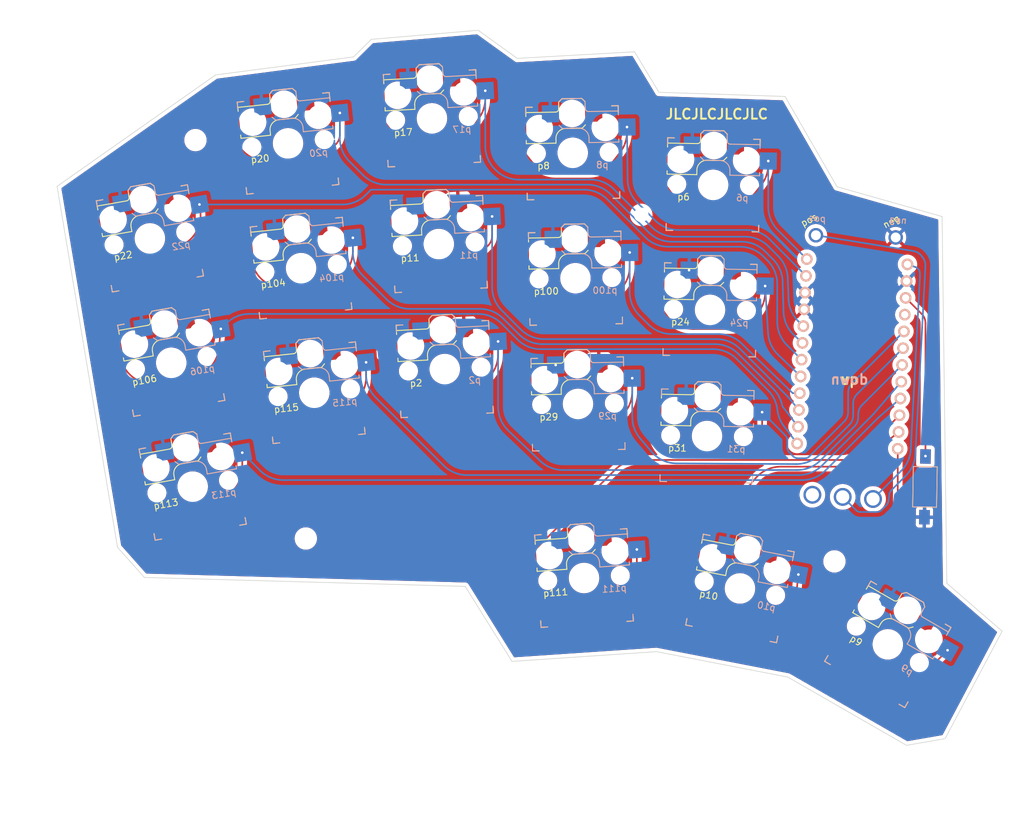
<source format=kicad_pcb>
(kicad_pcb (version 20211014) (generator pcbnew)
  (layers (0 "F.Cu" signal) (31 "B.Cu" signal) (34 "B.Paste" user) (35 "F.Paste" user) (36 "B.SilkS" user "B.Silkscreen") (37 "F.SilkS" user "F.Silkscreen") (38 "B.Mask" user) (39 "F.Mask" user) (44 "Edge.Cuts" user))
  (net 0 "")
  (net 1 "GND")
  (net 2 "Net-(SW1-Pad1)")
  (net 4 "p6")
  (net 5 "p8")
  (net 6 "p17")
  (net 7 "p20")
  (net 8 "p22")
  (net 9 "Net-(SW1-Pad2)")
  (net 10 "p24")
  (net 11 "p100")
  (net 12 "p11")
  (net 13 "p104")
  (net 14 "p106")
  (net 15 "p31")
  (net 16 "p29")
  (net 17 "p2")
  (net 18 "p115")
  (net 19 "p113")
  (net 20 "p111")
  (net 21 "p10")
  (net 22 "p9")
  (net 24 "Net-(U1-Pad22)")
  (footprint "roostv2:Kailh_socket_PG1350_reversible" (layer "F.Cu") (at 60.092071 54.454778 6)
    (fp_text reference "p20")
    (fp_text value "keySwitch")
  )
  (footprint "roostv2:Kailh_socket_PG1350_reversible" (layer "F.Cu") (at 39.188894 68.836276 10)
    (fp_text reference "p22")
    (fp_text value "keySwitch")
  )
  (footprint "roostv2:Kailh_socket_PG1350_reversible" (layer "F.Cu") (at 124.414428 60.73432 -1)
    (fp_text reference "p6")
    (fp_text value "keySwitch")
  )
  (footprint "roostv2:Kailh_socket_PG1350_reversible" (layer "F.Cu") (at 45.667605 106.391927 10)
    (fp_text reference "p113")
    (fp_text value "keySwitch")
  )
  (footprint "roostv2:Kailh_socket_PG1350_reversible" (layer "F.Cu") (at 81.86826 50.672382 3)
    (fp_text reference "p17")
    (fp_text value "keySwitch")
  )
  (footprint "roostv2:Kailh_socket_PG1350_reversible" (layer "F.Cu") (at 123.487979 98.736348 -1)
    (fp_text reference "p31")
    (fp_text value "keySwitch")
  )
  (footprint "roostv2:Kailh_socket_PG1350_reversible" (layer "F.Cu") (at 104.877736 120.224158 4)
    (fp_text reference "p111")
    (fp_text value "keySwitch")
  )
  (footprint "MountingHole:MountingHole_2.2mm_M2" (layer "F.Cu") (at 62.783867 114.244553 25)
    (fp_text reference "H1" hide)
    (fp_text value "MountingHole")
  )
  (footprint "MountingHole:MountingHole_2.2mm_M2_DIN965_Pad" (layer "F.Cu") (at 139.96421 68.361883 28)
    (fp_text reference "pos")
    (fp_text value "MountingHole_Pad")
  )
  (footprint "Button_Switch_SMD:SW_SPST_FSMSM" (layer "F.Cu") (at 156.46285 106.426 -91)
    (fp_text reference "res1" hide)
    (fp_text value "SW_Push")
  )
  (footprint "MountingHole:MountingHole_2.2mm_M2" (layer "F.Cu") (at 113.538 65.278 25)
    (fp_text reference "H5" hide)
    (fp_text value "MountingHole")
  )
  (footprint "roostv2:Kailh_socket_PG1350_reversible" (layer "F.Cu") (at 62.063804 73.340978 6)
    (fp_text reference "p104")
    (fp_text value "keySwitch")
  )
  (footprint "roostv2:Kailh_socket_PG1350_reversible" (layer "F.Cu") (at 103.169739 55.883202 1)
    (fp_text reference "p8")
    (fp_text value "keySwitch")
  )
  (footprint "roostv2:Kailh_socket_PG1350_reversible" (layer "F.Cu") (at 103.965386 93.882152 1)
    (fp_text reference "p29")
    (fp_text value "keySwitch")
  )
  (footprint "roostv2:Kailh_socket_PG1350_reversible" (layer "F.Cu") (at 42.421441 87.658655 10)
    (fp_text reference "p106")
    (fp_text value "keySwitch")
  )
  (footprint "roostv2:Kailh_socket_PG1350_reversible" (layer "F.Cu") (at 82.903252 69.691962 3)
    (fp_text reference "p11")
    (fp_text value "keySwitch")
  )
  (footprint "roostv2:Kailh_socket_PG1350_reversible" (layer "F.Cu") (at 123.943876 79.650231 -1)
    (fp_text reference "p24")
    (fp_text value "keySwitch")
  )
  (footprint "MountingHole:MountingHole_2.2mm_M2" (layer "F.Cu") (at 142.768613 117.709741 25)
    (fp_text reference "H2" hide)
    (fp_text value "MountingHole")
  )
  (footprint "roostv2:Kailh_socket_PG1350_reversible" (layer "F.Cu") (at 128.471642 121.800647 -11)
    (fp_text reference "p10")
    (fp_text value "keySwitch")
  )
  (footprint "MountingHole:MountingHole_2.2mm_M2_DIN965_Pad" (layer "F.Cu") (at 152.034472 68.691667 28)
    (fp_text reference "neg")
    (fp_text value "MountingHole_Pad")
  )
  (footprint "roostv2:Kailh_socket_PG1350_reversible" (layer "F.Cu") (at 103.579476 74.863328 1)
    (fp_text reference "p100")
    (fp_text value "keySwitch")
  )
  (footprint "roostv2:nice_nano" (layer "F.Cu") (at 145.468508 86.318014 -93)
    (fp_text reference "U1" hide)
    (fp_text value "nice_nano" hide)
  )
  (footprint "MountingHole:MountingHole_2.2mm_M2" (layer "F.Cu") (at 46.083347 53.963647 25)
    (fp_text reference "H4" hide)
    (fp_text value "MountingHole")
  )
  (footprint "roostv2:Kailh_socket_PG1350_reversible" (layer "F.Cu") (at 83.806879 88.607292 3)
    (fp_text reference "p2")
    (fp_text value "keySwitch")
  )
  (footprint "roostv2:Kailh_socket_PG1350_reversible" (layer "F.Cu") (at 64.065444 92.185647 6)
    (fp_text reference "p115")
    (fp_text value "keySwitch")
  )
  (footprint "roostv2:Kailh_socket_PG1350_reversible" (layer "F.Cu") (at 150.844322 130.263442 -30)
    (fp_text reference "p9")
    (fp_text value "keySwitch")
  )
  (footprint "roostv2:bigswitch" (layer "F.Cu") (at 143.419462 107.908146 176)
    (fp_text reference "SW1" hide)
    (fp_text value "SW_SPDT")
  )
  (footprint "Button_Switch_SMD:SW_SPST_FSMSM" (layer "B.Cu") (at 156.464 106.426 -91)
    (fp_text reference "res2" hide)
    (fp_text value "SW_Push")
  )
  (gr_line (start 159.512 144.526) (end 168.148 128.27) (layer "Edge.Cuts") (width 0.1))
  (gr_line (start 159.512 144.526) (end 153.67 145.542) (layer "Edge.Cuts") (width 0.1))
  (gr_line (start 143.16218 61.022742) (end 135.291958 47.363033) (layer "Edge.Cuts") (width 0.1))
  (gr_line (start 159.055304 65.528138) (end 143.16218 61.022742) (layer "Edge.Cuts") (width 0.1))
  (gr_line (start 135.721683 135.218826) (end 153.67 145.542) (layer "Edge.Cuts") (width 0.1))
  (gr_line (start 94.768301 41.59682) (end 88.861844 37.344595) (layer "Edge.Cuts") (width 0.1))
  (gr_line (start 49.132419 44.099896) (end 25.146 60.96) (layer "Edge.Cuts") (width 0.1))
  (gr_line (start 115.829078 131.364703) (end 135.721683 135.218826) (layer "Edge.Cuts") (width 0.1))
  (gr_line (start 34.29 115.57) (end 38.354 120.142) (layer "Edge.Cuts") (width 0.1))
  (gr_line (start 159.775971 121.023008) (end 159.055304 65.528138) (layer "Edge.Cuts") (width 0.1))
  (gr_line (start 72.688124 38.72085) (end 70.002018 41.374693) (layer "Edge.Cuts") (width 0.1))
  (gr_line (start 34.29 115.57) (end 25.146 60.96) (layer "Edge.Cuts") (width 0.1))
  (gr_line (start 86.903601 121.494364) (end 93.98 132.842) (layer "Edge.Cuts") (width 0.1))
  (gr_line (start 88.861844 37.344595) (end 72.688124 38.72085) (layer "Edge.Cuts") (width 0.1))
  (gr_line (start 112.522413 40.60465) (end 94.768301 41.59682) (layer "Edge.Cuts") (width 0.1))
  (gr_line (start 38.354 120.142) (end 86.903601 121.494364) (layer "Edge.Cuts") (width 0.1))
  (gr_line (start 93.98 132.842) (end 115.829078 131.364703) (layer "Edge.Cuts") (width 0.1))
  (gr_line (start 70.002018 41.374693) (end 49.132419 44.099896) (layer "Edge.Cuts") (width 0.1))
  (gr_line (start 135.291958 47.363033) (end 116.218682 46.728276) (layer "Edge.Cuts") (width 0.1))
  (gr_line (start 168.148 128.27) (end 159.775971 121.023008) (layer "Edge.Cuts") (width 0.1))
  (gr_line (start 116.218682 46.728276) (end 112.522413 40.60465) (layer "Edge.Cuts") (width 0.1))
  (gr_text "down" (at 145.034 90.17) (layer "B.SilkS") (effects (font (size 1.5 1.5) (thickness 0.3)) (justify mirror)))
  (gr_text "neg" (at 152.4 66.04 -5) (layer "B.SilkS") (effects (font (size 1 1)) (justify mirror)))
  (gr_text "pos" (at 140.208 65.786 -5) (layer "B.SilkS") (effects (font (size 1 1) (thickness 0.15) italic) (justify mirror)))
  (gr_text "JLCJLCJLCJLC" (at 124.968 50.038) (layer "F.SilkS") (effects (font (size 1.5 1.5) (thickness 0.3))))
  (gr_text "up" (at 145.034 90.17) (layer "F.SilkS") (effects (font (size 1.5 1.5) (thickness 0.3))))
  (segment (start 102.061876 89.801424) (end 100.587043 87.990215) (width 0.25) (layer "F.Cu") (net 1))
  (segment (start 125.011404 75.946) (end 122.963186 75.946) (width 0.25) (layer "F.Cu") (net 1))
  (segment (start 107.136045 87.875902) (end 105.455161 89.823389) (width 0.25) (layer "F.Cu") (net 1))
  (segment (start 127.322219 73.758294) (end 125.775637 75.590941) (width 0.25) (layer "F.Cu") (net 1))
  (segment (start 122.155782 75.535999) (end 120.773217 73.643981) (width 0.25) (layer "F.Cu") (net 1))
  (segment (start 104.698139 90.17) (end 102.837313 90.17) (width 0.25) (layer "F.Cu") (net 1))
  (via (at 120.773217 73.643981) (size 0.8) (drill 0.4) (layers "F.Cu" "B.Cu") (net 1))
  (via (at 100.587043 87.990215) (size 0.8) (drill 0.4) (layers "F.Cu" "B.Cu") (net 1))
  (arc (start 105.455161 89.823389) (mid 105.114439 90.079227) (end 104.698139 90.17) (width 0.25) (layer "F.Cu") (net 1))
  (arc (start 125.011404 75.946) (mid 125.432747 75.852902) (end 125.775637 75.590941) (width 0.25) (layer "F.Cu") (net 1))
  (arc (start 102.061876 89.801424) (mid 102.408026 90.073167) (end 102.837313 90.17) (width 0.25) (layer "F.Cu") (net 1))
  (arc (start 122.963186 75.946) (mid 122.510416 75.837627) (end 122.155782 75.535999) (width 0.25) (layer "F.Cu") (net 1))
  (segment (start 152.863808 104.013868) (end 148.606795 108.27088) (width 0.25) (layer "B.Cu") (net 2))
  (segment (start 155.695001 74.808144) (end 154.321275 100.742807) (width 0.25) (layer "B.Cu") (net 2))
  (segment (start 155.702 74.123479) (end 155.702 74.543671) (width 0.25) (layer "B.Cu") (net 2))
  (segment (start 153.809198 72.765959) (end 155.022327 73.176172) (width 0.25) (layer "B.Cu") (net 2))
  (arc (start 152.863808 104.013868) (mid 153.895432 102.513295) (end 154.321275 100.742807) (width 0.25) (layer "B.Cu") (net 2))
  (arc (start 155.022327 73.176172) (mid 155.514504 73.540524) (end 155.702 74.123479) (width 0.25) (layer "B.Cu") (net 2))
  (arc (start 155.695001 74.808144) (mid 155.70025 74.675954) (end 155.702 74.543671) (width 0.25) (layer "B.Cu") (net 2))
  (segment (start 117.137084 60.613042) (end 117.884456 61.659654) (width 0.25) (layer "F.Cu") (net 4))
  (segment (start 116.206135 56.840472) (end 116.206135 57.707388) (width 0.25) (layer "F.Cu") (net 4))
  (segment (start 130.887121 61.800049) (end 131.71866 60.717633) (width 0.25) (layer "F.Cu") (net 4))
  (segment (start 121.953506 63.754) (end 126.922075 63.754) (width 0.25) (layer "F.Cu") (net 4))
  (segment (start 132.753614 57.671585) (end 132.753614 57.12931) (width 0.25) (layer "F.Cu") (net 4))
  (via (at 132.753614 57.12931) (size 0.8) (drill 0.4) (layers "F.Cu" "B.Cu") (net 4))
  (arc (start 117.884456 61.659654) (mid 119.665305 63.199687) (end 121.953506 63.754) (width 0.25) (layer "F.Cu") (net 4))
  (arc (start 117.137084 60.613042) (mid 116.444557 59.232961) (end 116.206135 57.707388) (width 0.25) (layer "F.Cu") (net 4))
  (arc (start 131.71866 60.717633) (mid 132.48781 59.28012) (end 132.753614 57.671585) (width 0.25) (layer "F.Cu") (net 4))
  (arc (start 130.887121 61.800049) (mid 129.132251 63.238989) (end 126.922075 63.754) (width 0.25) (layer "F.Cu") (net 4))
  (segment (start 134.21808 67.596355) (end 138.590084 71.968359) (width 0.25) (layer "B.Cu") (net 4))
  (segment (start 132.753614 57.12931) (end 132.753614 64.060821) (width 0.25) (layer "B.Cu") (net 4))
  (arc (start 134.21808 67.596355) (mid 133.134216 65.974238) (end 132.753614 64.060821) (width 0.25) (layer "B.Cu") (net 4))
  (segment (start 111.378032 52.761644) (end 111.378032 51.989354) (width 0.25) (layer "F.Cu") (net 5))
  (segment (start 95.900469 55.879658) (end 96.796584 57.019024) (width 0.25) (layer "F.Cu") (net 5))
  (segment (start 94.830553 52.278192) (end 94.830553 52.788633) (width 0.25) (layer "F.Cu") (net 5))
  (segment (start 100.726669 58.928) (end 105.48351 58.928) (width 0.25) (layer "F.Cu") (net 5))
  (segment (start 109.451024 56.970834) (end 110.345545 55.804478) (width 0.25) (layer "F.Cu") (net 5))
  (via (at 111.378032 51.989354) (size 0.8) (drill 0.4) (layers "F.Cu" "B.Cu") (net 5))
  (arc (start 96.796584 57.019024) (mid 98.542078 58.425506) (end 100.726669 58.928) (width 0.25) (layer "F.Cu") (net 5))
  (arc (start 109.451024 56.970834) (mid 107.695504 58.412093) (end 105.48351 58.928) (width 0.25) (layer "F.Cu") (net 5))
  (arc (start 95.900469 55.879658) (mid 95.105597 54.424111) (end 94.830553 52.788633) (width 0.25) (layer "F.Cu") (net 5))
  (arc (start 111.378032 52.761644) (mid 111.11288 54.368261) (end 110.345545 55.804478) (width 0.25) (layer "F.Cu") (net 5))
  (segment (start 111.475371 59.943556) (end 111.378032 51.989354) (width 0.25) (layer "B.Cu") (net 5))
  (segment (start 138.457151 74.504878) (end 133.038872 69.042745) (width 0.25) (layer "B.Cu") (net 5))
  (segment (start 115.630154 66.10313) (end 112.943063 63.421503) (width 0.25) (layer "B.Cu") (net 5))
  (segment (start 129.489117 67.564) (end 119.162088 67.564) (width 0.25) (layer "B.Cu") (net 5))
  (arc (start 112.943063 63.421503) (mid 111.868382 61.826362) (end 111.475371 59.943556) (width 0.25) (layer "B.Cu") (net 5))
  (arc (start 115.630154 66.10313) (mid 117.251022 67.184371) (end 119.162088 67.564) (width 0.25) (layer "B.Cu") (net 5))
  (arc (start 133.038872 69.042745) (mid 131.411839 67.948468) (end 129.489117 67.564) (width 0.25) (layer "B.Cu") (net 5))
  (segment (start 73.408341 47.360601) (end 73.408341 47.767093) (width 0.25) (layer "F.Cu") (net 6))
  (segment (start 74.343368 50.67845) (end 75.117521 51.759358) (width 0.25) (layer "F.Cu") (net 6))
  (segment (start 89.93566 47.69126) (end 89.93566 46.494441) (width 0.25) (layer "F.Cu") (net 6))
  (segment (start 79.182493 53.848) (end 84.173898 53.848) (width 0.25) (layer "F.Cu") (net 6))
  (segment (start 88.34974 51.59797) (end 89.111502 50.441231) (width 0.25) (layer "F.Cu") (net 6))
  (via (at 89.93566 46.494441) (size 0.8) (drill 0.4) (layers "F.Cu" "B.Cu") (net 6))
  (arc (start 74.343368 50.67845) (mid 73.647833 49.296004) (end 73.408341 47.767093) (width 0.25) (layer "F.Cu") (net 6))
  (arc (start 89.93566 47.69126) (mid 89.725191 49.126667) (end 89.111502 50.441231) (width 0.25) (layer "F.Cu") (net 6))
  (arc (start 79.182493 53.848) (mid 76.89741 53.295291) (end 75.117521 51.759358) (width 0.25) (layer "F.Cu") (net 6))
  (arc (start 84.173898 53.848) (mid 86.545622 53.249696) (end 88.34974 51.59797) (width 0.25) (layer "F.Cu") (net 6))
  (segment (start 109.414466 61.408466) (end 115.121534 67.115534) (width 0.25) (layer "B.Cu") (net 6))
  (segment (start 91.400126 58.380126) (end 91.499534 58.479534) (width 0.25) (layer "B.Cu") (net 6))
  (segment (start 132.782466 70.044466) (end 134.244934 71.506934) (width 0.25) (layer "B.Cu") (net 6))
  (segment (start 118.657068 68.58) (end 129.246932 68.58) (width 0.25) (layer "B.Cu") (net 6))
  (segment (start 135.706214 74.864011) (end 135.818239 78.000706) (width 0.25) (layer "B.Cu") (net 6))
  (segment (start 89.93566 46.494441) (end 89.93566 54.844592) (width 0.25) (layer "B.Cu") (net 6))
  (segment (start 95.035068 59.944) (end 105.878932 59.944) (width 0.25) (layer "B.Cu") (net 6))
  (segment (start 137.332797 81.410268) (end 138.058351 82.114435) (width 0.25) (layer "B.Cu") (net 6))
  (arc (start 115.121534 67.115534) (mid 116.743651 68.199398) (end 118.657068 68.58) (width 0.25) (layer "B.Cu") (net 6))
  (arc (start 109.414466 61.408466) (mid 107.792349 60.324602) (end 105.878932 59.944) (width 0.25) (layer "B.Cu") (net 6))
  (arc (start 137.332797 81.410268) (mid 136.245597 79.852041) (end 135.818239 78.000706) (width 0.25) (layer "B.Cu") (net 6))
  (arc (start 91.400126 58.380126) (mid 90.316262 56.758009) (end 89.93566 54.844592) (width 0.25) (layer "B.Cu") (net 6))
  (arc (start 132.782466 70.044466) (mid 131.160349 68.960602) (end 129.246932 68.58) (width 0.25) (layer "B.Cu") (net 6))
  (arc (start 134.244934 71.506934) (mid 135.29391 73.046906) (end 135.706214 74.864011) (width 0.25) (layer "B.Cu") (net 6))
  (arc (start 95.035068 59.944) (mid 93.121651 59.563398) (end 91.499534 58.479534) (width 0.25) (layer "B.Cu") (net 6))
  (segment (start 57.379817 57.146343) (end 63.735433 56.555123) (width 0.25) (layer "F.Cu") (net 7))
  (segment (start 66.80785 55.11215) (end 67.343972 54.576028) (width 0.25) (layer "F.Cu") (net 7))
  (segment (start 51.470421 53.258053) (end 52.930643 55.186337) (width 0.25) (layer "F.Cu") (net 7))
  (segment (start 67.929758 53.161815) (end 67.929758 49.860348) (width 0.25) (layer "F.Cu") (net 7))
  (segment (start 51.470421 51.590294) (end 51.470421 53.258053) (width 0.25) (layer "F.Cu") (net 7))
  (via (at 67.929758 49.860348) (size 0.8) (drill 0.4) (layers "F.Cu" "B.Cu") (net 7))
  (arc (start 52.930643 55.186337) (mid 54.900966 56.743513) (end 57.379817 57.146343) (width 0.25) (layer "F.Cu") (net 7))
  (arc (start 67.929758 53.161815) (mid 67.777517 53.927182) (end 67.343972 54.576028) (width 0.25) (layer "F.Cu") (net 7))
  (arc (start 66.80785 55.11215) (mid 65.397838 56.102338) (end 63.735433 56.555123) (width 0.25) (layer "F.Cu") (net 7))
  (segment (start 108.906466 62.170466) (end 114.613534 67.877534) (width 0.25) (layer "B.Cu") (net 7))
  (segment (start 132.274466 70.806466) (end 133.470066 72.002066) (width 0.25) (layer "B.Cu") (net 7))
  (segment (start 134.932371 75.390605) (end 135.066644 79.955877) (width 0.25) (layer "B.Cu") (net 7))
  (segment (start 118.149068 69.342) (end 128.738932 69.342) (width 0.25) (layer "B.Cu") (net 7))
  (segment (start 74.969068 60.706) (end 105.370932 60.706) (width 0.25) (layer "B.Cu") (net 7))
  (segment (start 69.394224 57.202224) (end 71.433534 59.241534) (width 0.25) (layer "B.Cu") (net 7))
  (segment (start 67.929758 49.860348) (end 67.929758 53.66669) (width 0.25) (layer "B.Cu") (net 7))
  (segment (start 136.654266 83.465441) (end 137.925418 84.650955) (width 0.25) (layer "B.Cu") (net 7))
  (arc (start 132.274466 70.806466) (mid 130.652349 69.722602) (end 128.738932 69.342) (width 0.25) (layer "B.Cu") (net 7))
  (arc (start 67.929758 53.66669) (mid 68.31036 55.580107) (end 69.394224 57.202224) (width 0.25) (layer "B.Cu") (net 7))
  (arc (start 108.906466 62.170466) (mid 107.284349 61.086602) (end 105.370932 60.706) (width 0.25) (layer "B.Cu") (net 7))
  (arc (start 114.613534 67.877534) (mid 116.235651 68.961398) (end 118.149068 69.342) (width 0.25) (layer "B.Cu") (net 7))
  (arc (start 74.969068 60.706) (mid 73.055651 60.325398) (end 71.433534 59.241534) (width 0.25) (layer "B.Cu") (net 7))
  (arc (start 135.066644 79.955877) (mid 135.508925 81.869681) (end 136.654266 83.465441) (width 0.25) (layer "B.Cu") (net 7))
  (arc (start 134.932371 75.390605) (mid 134.525301 73.556479) (end 133.470066 72.002066) (width 0.25) (layer "B.Cu") (net 7))
  (segment (start 30.388429 66.580186) (end 30.388429 67.900241) (width 0.25) (layer "F.Cu") (net 8))
  (segment (start 30.388429 67.900241) (end 31.535497 69.785974) (width 0.25) (layer "F.Cu") (net 8))
  (segment (start 42.192853 70.926996) (end 44.319306 69.725088) (width 0.25) (layer "F.Cu") (net 8))
  (segment (start 46.818815 64.739471) (end 46.686997 63.706308) (width 0.25) (layer "F.Cu") (net 8))
  (segment (start 36.579148 72.127571) (end 40.504452 71.514242) (width 0.25) (layer "F.Cu") (net 8))
  (via (at 46.686997 63.706308) (size 0.8) (drill 0.4) (layers "F.Cu" "B.Cu") (net 8))
  (arc (start 36.579148 72.127571) (mid 33.70178 71.722589) (end 31.535497 69.785974) (width 0.25) (layer "F.Cu") (net 8))
  (arc (start 44.319306 69.725088) (mid 46.328751 67.613146) (end 46.818815 64.739471) (width 0.25) (layer "F.Cu") (net 8))
  (arc (start 40.504452 71.514242) (mid 41.37511 71.296687) (end 42.192853 70.926996) (width 0.25) (layer "F.Cu") (net 8))
  (segment (start 132.647534 72.195534) (end 132.020466 71.568466) (width 0.25) (layer "B.Cu") (net 8))
  (segment (start 68.334624 63.706308) (end 46.686997 63.706308) (width 0.25) (layer "B.Cu") (net 8))
  (segment (start 137.792484 87.187474) (end 135.576466 84.971456) (width 0.25) (layer "B.Cu") (net 8))
  (segment (start 114.105534 68.639534) (end 108.398466 62.932466) (width 0.25) (layer "B.Cu") (net 8))
  (segment (start 72.644 61.468) (end 71.870158 62.241842) (width 0.25) (layer "B.Cu") (net 8))
  (segment (start 134.112 81.435922) (end 134.112 75.731068) (width 0.25) (layer "B.Cu") (net 8))
  (segment (start 104.862932 61.468) (end 72.644 61.468) (width 0.25) (layer "B.Cu") (net 8))
  (segment (start 128.484932 70.104) (end 117.641068 70.104) (width 0.25) (layer "B.Cu") (net 8))
  (arc (start 108.398466 62.932466) (mid 106.776349 61.848602) (end 104.862932 61.468) (width 0.25) (layer "B.Cu") (net 8))
  (arc (start 135.576466 84.971456) (mid 134.492602 83.349339) (end 134.112 81.435922) (width 0.25) (layer "B.Cu") (net 8))
  (arc (start 114.105534 68.639534) (mid 115.727651 69.723398) (end 117.641068 70.104) (width 0.25) (layer "B.Cu") (net 8))
  (arc (start 132.647534 72.195534) (mid 133.731398 73.817651) (end 134.112 75.731068) (width 0.25) (layer "B.Cu") (net 8))
  (arc (start 68.334624 63.706308) (mid 70.248041 63.325706) (end 71.870158 62.241842) (width 0.25) (layer "B.Cu") (net 8))
  (arc (start 132.020466 71.568466) (mid 130.398349 70.484602) (end 128.484932 70.104) (width 0.25) (layer "B.Cu") (net 8))
  (segment (start 149.898893 109.943107) (end 150.640298 109.201702) (width 0.25) (layer "B.Cu") (net 9))
  (segment (start 151.365703 106.952297) (end 153.67 104.648) (width 0.25) (layer "B.Cu") (net 9))
  (segment (start 150.923141 108.636016) (end 151.08286 107.517983) (width 0.25) (layer "B.Cu") (net 9))
  (segment (start 146.718214 110.236) (end 149.191786 110.236) (width 0.25) (layer "B.Cu") (net 9))
  (segment (start 153.67 104.648) (end 154.190225 104.003806) (width 0.25) (layer "B.Cu") (net 9))
  (segment (start 154.685074 70.742616) (end 139.96421 68.361883) (width 0.25) (layer "B.Cu") (net 9))
  (segment (start 155.012531 101.512643) (end 156.534056 73.038375) (width 0.25) (layer "B.Cu") (net 9))
  (segment (start 156.100852 71.685032) (end 155.929719 71.470339) (width 0.25) (layer "B.Cu") (net 9))
  (segment (start 144.018 107.95) (end 146.011107 109.943107) (width 0.25) (layer "B.Cu") (net 9))
  (arc (start 149.191786 110.236) (mid 149.574469 110.15988) (end 149.898893 109.943107) (width 0.25) (layer "B.Cu") (net 9))
  (arc (start 155.929719 71.470339) (mid 155.375253 70.99042) (end 154.685074 70.742616) (width 0.25) (layer "B.Cu") (net 9))
  (arc (start 154.190225 104.003806) (mid 154.767671 102.813116) (end 155.012531 101.512643) (width 0.25) (layer "B.Cu") (net 9))
  (arc (start 146.718214 110.236) (mid 146.335531 110.15988) (end 146.011107 109.943107) (width 0.25) (layer "B.Cu") (net 9))
  (arc (start 150.640298 109.201702) (mid 150.827619 108.941809) (end 150.923141 108.636016) (width 0.25) (layer "B.Cu") (net 9))
  (arc (start 156.534056 73.038375) (mid 156.441699 72.321933) (end 156.100852 71.685032) (width 0.25) (layer "B.Cu") (net 9))
  (arc (start 151.365703 106.952297) (mid 151.178382 107.21219) (end 151.08286 107.517983) (width 0.25) (layer "B.Cu") (net 9))
  (segment (start 116.687967 79.538482) (end 117.374726 80.485439) (width 0.25) (layer "F.Cu") (net 10))
  (segment (start 121.422342 82.55) (end 126.901229 82.55) (width 0.25) (layer "F.Cu") (net 10))
  (segment (start 131.029067 80.371515) (end 131.4109 79.812899) (width 0.25) (layer "F.Cu") (net 10))
  (segment (start 132.283062 76.991383) (end 132.283062 76.045221) (width 0.25) (layer "F.Cu") (net 10))
  (segment (start 115.735583 75.756383) (end 115.735583 76.603043) (width 0.25) (layer "F.Cu") (net 10))
  (via (at 132.283062 76.045221) (size 0.8) (drill 0.4) (layers "F.Cu" "B.Cu") (net 10))
  (arc (start 116.687967 79.538482) (mid 115.979635 78.146079) (end 115.735583 76.603043) (width 0.25) (layer "F.Cu") (net 10))
  (arc (start 131.4109 79.812899) (mid 132.060048 78.468002) (end 132.283062 76.991383) (width 0.25) (layer "F.Cu") (net 10))
  (arc (start 117.374726 80.485439) (mid 119.15047 82.004054) (end 121.422342 82.55) (width 0.25) (layer "F.Cu") (net 10))
  (arc (start 126.901229 82.55) (mid 129.234941 81.971967) (end 131.029067 80.371515) (width 0.25) (layer "F.Cu") (net 10))
  (segment (start 134.246098 86.440599) (end 137.659551 89.723993) (width 0.25) (layer "B.Cu") (net 10))
  (segment (start 132.283062 76.045221) (end 132.721835 83.145476) (width 0.25) (layer "B.Cu") (net 10))
  (arc (start 134.246098 86.440599) (mid 133.174321 84.936274) (end 132.721835 83.145476) (width 0.25) (layer "B.Cu") (net 10))
  (segment (start 96.704756 76.384756) (end 97.087534 76.767534) (width 0.25) (layer "F.Cu") (net 11))
  (segment (start 95.24029 71.258318) (end 95.24029 72.849222) (width 0.25) (layer "F.Cu") (net 11))
  (segment (start 111.787769 73.085163) (end 111.787769 70.96948) (width 0.25) (layer "F.Cu") (net 11))
  (segment (start 100.623068 78.232) (end 106.640932 78.232) (width 0.25) (layer "F.Cu") (net 11))
  (segment (start 110.176466 76.767534) (end 110.323303 76.620697) (width 0.25) (layer "F.Cu") (net 11))
  (via (at 111.787769 70.96948) (size 0.8) (drill 0.4) (layers "F.Cu" "B.Cu") (net 11))
  (arc (start 106.640932 78.232) (mid 108.554349 77.851398) (end 110.176466 76.767534) (width 0.25) (layer "F.Cu") (net 11))
  (arc (start 100.623068 78.232) (mid 98.709651 77.851398) (end 97.087534 76.767534) (width 0.25) (layer "F.Cu") (net 11))
  (arc (start 110.323303 76.620697) (mid 111.407167 74.99858) (end 111.787769 73.085163) (width 0.25) (layer "F.Cu") (net 11))
  (arc (start 95.24029 72.849222) (mid 95.620892 74.762639) (end 96.704756 76.384756) (width 0.25) (layer "F.Cu") (net 11))
  (segment (start 128.709516 84.727342) (end 136.456512 92.260512) (width 0.25) (layer "B.Cu") (net 11))
  (segment (start 113.252235 80.486235) (end 114.613534 81.847534) (width 0.25) (layer "B.Cu") (net 11))
  (segment (start 136.456512 92.260512) (end 137.526618 92.260512) (width 0.25) (layer "B.Cu") (net 11))
  (segment (start 111.787769 70.96948) (end 111.787769 76.950701) (width 0.25) (layer "B.Cu") (net 11))
  (segment (start 118.149068 83.312) (end 125.223798 83.312) (width 0.25) (layer "B.Cu") (net 11))
  (arc (start 111.787769 76.950701) (mid 112.168371 78.864118) (end 113.252235 80.486235) (width 0.25) (layer "B.Cu") (net 11))
  (arc (start 125.223798 83.312) (mid 127.10485 83.679329) (end 128.709516 84.727342) (width 0.25) (layer "B.Cu") (net 11))
  (arc (start 118.149068 83.312) (mid 116.235651 82.931398) (end 114.613534 81.847534) (width 0.25) (layer "B.Cu") (net 11))
  (segment (start 74.443333 66.380181) (end 74.443333 68.534906) (width 0.25) (layer "F.Cu") (net 12))
  (segment (start 90.970652 68.474921) (end 90.970652 65.514021) (width 0.25) (layer "F.Cu") (net 12))
  (segment (start 89.602466 70.671534) (end 90.384866 69.889134) (width 0.25) (layer "F.Cu") (net 12))
  (segment (start 75.02912 69.94912) (end 75.751534 70.671534) (width 0.25) (layer "F.Cu") (net 12))
  (segment (start 79.287068 72.136) (end 86.066932 72.136) (width 0.25) (layer "F.Cu") (net 12))
  (via (at 90.970652 65.514021) (size 0.8) (drill 0.4) (layers "F.Cu" "B.Cu") (net 12))
  (arc (start 86.066932 72.136) (mid 87.980349 71.755398) (end 89.602466 70.671534) (width 0.25) (layer "F.Cu") (net 12))
  (arc (start 90.384866 69.889134) (mid 90.818411 69.240288) (end 90.970652 68.474921) (width 0.25) (layer "F.Cu") (net 12))
  (arc (start 74.443333 68.534906) (mid 74.595574 69.300273) (end 75.02912 69.94912) (width 0.25) (layer "F.Cu") (net 12))
  (arc (start 79.287068 72.136) (mid 77.373651 71.755398) (end 75.751534 70.671534) (width 0.25) (layer "F.Cu") (net 12))
  (segment (start 92.435118 79.735118) (end 95.309534 82.609534) (width 0.25) (layer "B.Cu") (net 12))
  (segment (start 98.845068 84.074) (end 124.928932 84.074) (width 0.25) (layer "B.Cu") (net 12))
  (segment (start 135.773702 92.873504) (end 137.393684 94.797031) (width 0.25) (layer "B.Cu") (net 12))
  (segment (start 90.970652 65.514021) (end 90.970652 76.199584) (width 0.25) (layer "B.Cu") (net 12))
  (segment (start 128.464466 85.538466) (end 135.484846 92.558846) (width 0.25) (layer "B.Cu") (net 12))
  (arc (start 95.309534 82.609534) (mid 96.931651 83.693398) (end 98.845068 84.074) (width 0.25) (layer "B.Cu") (net 12))
  (arc (start 92.435118 79.735118) (mid 91.351254 78.113001) (end 90.970652 76.199584) (width 0.25) (layer "B.Cu") (net 12))
  (arc (start 135.484846 92.558846) (mid 135.632636 92.713089) (end 135.773702 92.873504) (width 0.25) (layer "B.Cu") (net 12))
  (arc (start 128.464466 85.538466) (mid 126.842349 84.454602) (end 124.928932 84.074) (width 0.25) (layer "B.Cu") (net 12))
  (segment (start 53.442154 70.476494) (end 55.071599 73.64974) (width 0.25) (layer "F.Cu") (net 13))
  (segment (start 60.059764 76.336504) (end 65.426915 75.753118) (width 0.25) (layer "F.Cu") (net 13))
  (segment (start 69.479116 72.759509) (end 69.493988 72.724963) (width 0.25) (layer "F.Cu") (net 13))
  (segment (start 69.901491 70.74785) (end 69.901491 68.746548) (width 0.25) (layer "F.Cu") (net 13))
  (via (at 69.901491 68.746548) (size 0.8) (drill 0.4) (layers "F.Cu" "B.Cu") (net 13))
  (arc (start 69.901491 70.74785) (mid 69.798556 71.757186) (end 69.493988 72.724963) (width 0.25) (layer "F.Cu") (net 13))
  (arc (start 69.479116 72.759509) (mid 67.857615 74.803986) (end 65.426915 75.753118) (width 0.25) (layer "F.Cu") (net 13))
  (arc (start 60.059764 76.336504) (mid 57.148402 75.767832) (end 55.071599 73.64974) (width 0.25) (layer "F.Cu") (net 13))
  (segment (start 98.591068 84.836) (end 124.674932 84.836) (width 0.25) (layer "B.Cu") (net 13))
  (segment (start 92.650466 80.966466) (end 95.055534 83.371534) (width 0.25) (layer "B.Cu") (net 13))
  (segment (start 134.899398 94.246689) (end 137.260751 97.33355) (width 0.25) (layer "B.Cu") (net 13))
  (segment (start 78.525068 79.502) (end 89.114932 79.502) (width 0.25) (layer "B.Cu") (net 13))
  (segment (start 128.210466 86.300466) (end 133.515582 91.605582) (width 0.25) (layer "B.Cu") (net 13))
  (segment (start 71.365957 74.413957) (end 74.989534 78.037534) (width 0.25) (layer "B.Cu") (net 13))
  (segment (start 69.901491 68.746548) (end 69.901491 70.878423) (width 0.25) (layer "B.Cu") (net 13))
  (arc (start 74.989534 78.037534) (mid 76.611651 79.121398) (end 78.525068 79.502) (width 0.25) (layer "B.Cu") (net 13))
  (arc (start 69.901491 70.878423) (mid 70.282093 72.79184) (end 71.365957 74.413957) (width 0.25) (layer "B.Cu") (net 13))
  (arc (start 89.114932 79.502) (mid 91.028349 79.882602) (end 92.650466 80.966466) (width 0.25) (layer "B.Cu") (net 13))
  (arc (start 124.674932 84.836) (mid 126.588349 85.216602) (end 128.210466 86.300466) (width 0.25) (layer "B.Cu") (net 13))
  (arc (start 133.515582 91.605582) (mid 134.408945 92.820583) (end 134.899398 94.246689) (width 0.25) (layer "B.Cu") (net 13))
  (arc (start 95.055534 83.371534) (mid 96.677651 84.455398) (end 98.591068 84.836) (width 0.25) (layer "B.Cu") (net 13))
  (segment (start 49.639157 85.415281) (end 49.919544 82.528687) (width 0.25) (layer "F.Cu") (net 14))
  (segment (start 33.620976 85.402565) (end 35.316645 88.358794) (width 0.25) (layer "F.Cu") (net 14))
  (segment (start 40.575256 90.78539) (end 45.584022 89.846246) (width 0.25) (layer "F.Cu") (net 14))
  (via (at 49.919544 82.528687) (size 0.8) (drill 0.4) (layers "F.Cu" "B.Cu") (net 14))
  (arc (start 35.316645 88.358794) (mid 37.558846 90.410976) (end 40.575256 90.78539) (width 0.25) (layer "F.Cu") (net 14))
  (arc (start 45.584022 89.846246) (mid 48.351078 88.307529) (end 49.639157 85.415281) (width 0.25) (layer "F.Cu") (net 14))
  (segment (start 94.801534 84.133534) (end 92.396466 81.728466) (width 0.25) (layer "B.Cu") (net 14))
  (segment (start 132.700571 91.806571) (end 127.956466 87.062466) (width 0.25) (layer "B.Cu") (net 14))
  (segment (start 88.860932 80.264) (end 54.255299 80.264) (width 0.25) (layer "B.Cu") (net 14))
  (segment (start 134.171379 95.000962) (end 134.106895 94.581819) (width 0.25) (layer "B.Cu") (net 14))
  (segment (start 50.719765 81.728466) (end 49.919544 82.528687) (width 0.25) (layer "B.Cu") (net 14))
  (segment (start 137.127818 99.870069) (end 135.144513 97.281931) (width 0.25) (layer "B.Cu") (net 14))
  (segment (start 124.420932 85.598) (end 98.337068 85.598) (width 0.25) (layer "B.Cu") (net 14))
  (arc (start 134.171379 95.000962) (mid 134.514289 96.202735) (end 135.144513 97.281931) (width 0.25) (layer "B.Cu") (net 14))
  (arc (start 134.106895 94.581819) (mid 133.625087 93.082027) (end 132.700571 91.806571) (width 0.25) (layer "B.Cu") (net 14))
  (arc (start 127.956466 87.062466) (mid 126.334349 85.978602) (end 124.420932 85.598) (width 0.25) (layer "B.Cu") (net 14))
  (arc (start 54.255299 80.264) (mid 52.341882 80.644602) (end 50.719765 81.728466) (width 0.25) (layer "B.Cu") (net 14))
  (arc (start 88.860932 80.264) (mid 90.774349 80.644602) (end 92.396466 81.728466) (width 0.25) (layer "B.Cu") (net 14))
  (arc (start 94.801534 84.133534) (mid 96.423651 85.217398) (end 98.337068 85.598) (width 0.25) (layer "B.Cu") (net 14))
  (segment (start 131.827165 99.058835) (end 131.827165 95.131338) (width 0.25) (layer "F.Cu") (net 15))
  (segment (start 116.744152 101.250152) (end 116.801107 101.307107) (width 0.25) (layer "F.Cu") (net 15))
  (segment (start 130.750466 100.135534) (end 131.827165 99.058835) (width 0.25) (layer "F.Cu") (net 15))
  (segment (start 115.279686 94.8425) (end 115.279686 97.714618) (width 0.25) (layer "F.Cu") (net 15))
  (segment (start 117.508214 101.6) (end 127.214932 101.6) (width 0.25) (layer "F.Cu") (net 15))
  (via (at 131.827165 95.131338) (size 0.8) (drill 0.4) (layers "F.Cu" "B.Cu") (net 15))
  (arc (start 127.214932 101.6) (mid 129.128349 101.219398) (end 130.750466 100.135534) (width 0.25) (layer "F.Cu") (net 15))
  (arc (start 117.508214 101.6) (mid 117.125531 101.52388) (end 116.801107 101.307107) (width 0.25) (layer "F.Cu") (net 15))
  (arc (start 116.744152 101.250152) (mid 115.660288 99.628035) (end 115.279686 97.714618) (width 0.25) (layer "F.Cu") (net 15))
  (segment (start 135.636 100.510917) (end 135.636 99.354387) (width 0.25) (layer "B.Cu") (net 15))
  (segment (start 136.525976 101.815107) (end 135.928893 101.218024) (width 0.25) (layer "B.Cu") (net 15))
  (segment (start 144.253748 96.538252) (end 138.976893 101.815107) (width 0.25) (layer "B.Cu") (net 15))
  (segment (start 144.839534 92.178393) (end 144.839534 95.124039) (width 0.25) (layer "B.Cu") (net 15))
  (segment (start 135.343107 98.64728) (end 131.827165 95.131338) (width 0.25) (layer "B.Cu") (net 15))
  (segment (start 138.269786 102.108) (end 137.233083 102.108) (width 0.25) (layer "B.Cu") (net 15))
  (segment (start 153.277465 82.912035) (end 145.425321 90.764179) (width 0.25) (layer "B.Cu") (net 15))
  (arc (start 135.636 100.510917) (mid 135.71212 100.8936) (end 135.928893 101.218024) (width 0.25) (layer "B.Cu") (net 15))
  (arc (start 145.425321 90.764179) (mid 144.991775 91.413026) (end 144.839534 92.178393) (width 0.25) (layer "B.Cu") (net 15))
  (arc (start 135.343107 98.64728) (mid 135.55988 98.971703) (end 135.636 99.354387) (width 0.25) (layer "B.Cu") (net 15))
  (arc (start 144.839534 95.124039) (mid 144.687293 95.889406) (end 144.253748 96.538252) (width 0.25) (layer "B.Cu") (net 15))
  (arc (start 138.976893 101.815107) (mid 138.652469 102.03188) (end 138.269786 102.108) (width 0.25) (layer "B.Cu") (net 15))
  (arc (start 137.233083 102.108) (mid 136.8504 102.03188) (end 136.525976 101.815107) (width 0.25) (layer "B.Cu") (net 15))
  (segment (start 100.369068 97.028) (end 107.148932 97.028) (width 0.25) (layer "F.Cu") (net 16))
  (segment (start 110.684466 95.563534) (end 110.709213 95.538787) (width 0.25) (layer "F.Cu") (net 16))
  (segment (start 96.211987 94.941987) (end 96.833534 95.563534) (width 0.25) (layer "F.Cu") (net 16))
  (segment (start 95.6262 90.277142) (end 95.6262 93.527773) (width 0.25) (layer "F.Cu") (net 16))
  (segment (start 112.173679 92.003253) (end 112.173679 89.988304) (width 0.25) (layer "F.Cu") (net 16))
  (via (at 112.173679 89.988304) (size 0.8) (drill 0.4) (layers "F.Cu" "B.Cu") (net 16))
  (arc (start 100.369068 97.028) (mid 98.455651 96.647398) (end 96.833534 95.563534) (width 0.25) (layer "F.Cu") (net 16))
  (arc (start 95.6262 93.527773) (mid 95.778441 94.29314) (end 96.211987 94.941987) (width 0.25) (layer "F.Cu") (net 16))
  (arc (start 112.173679 92.003253) (mid 111.793077 93.91667) (end 110.709213 95.538787) (width 0.25) (layer "F.Cu") (net 16))
  (arc (start 107.148932 97.028) (mid 109.062349 96.647398) (end 110.684466 95.563534) (width 0.25) (layer "F.Cu") (net 16))
  (segment (start 115.099937 101.127296) (end 113.369121 99.097572) (width 0.25) (layer "B.Cu") (net 16))
  (segment (start 145.015747 97.046253) (end 140.541181 101.520819) (width 0.25) (layer "B.Cu") (net 16))
  (segment (start 112.173679 95.853294) (end 112.173679 89.988304) (width 0.25) (layer "B.Cu") (net 16))
  (segment (start 146.187321 92.405765) (end 153.144532 85.448554) (width 0.25) (layer "B.Cu") (net 16))
  (segment (start 136.977399 102.985206) (end 118.876247 102.882939) (width 0.25) (layer "B.Cu") (net 16))
  (segment (start 145.601534 95.632039) (end 145.601534 93.819979) (width 0.25) (layer "B.Cu") (net 16))
  (arc (start 113.369121 99.097572) (mid 112.482049 97.582052) (end 112.173679 95.853294) (width 0.25) (layer "B.Cu") (net 16))
  (arc (start 145.601534 93.819979) (mid 145.753775 93.054612) (end 146.187321 92.405765) (width 0.25) (layer "B.Cu") (net 16))
  (arc (start 140.541181 101.520819) (mid 138.906008 102.610069) (end 136.977399 102.985206) (width 0.25) (layer "B.Cu") (net 16))
  (arc (start 145.015747 97.046253) (mid 145.449293 96.397406) (end 145.601534 95.632039) (width 0.25) (layer "B.Cu") (net 16))
  (arc (start 118.876247 102.882939) (mid 116.796612 102.416983) (end 115.099937 101.127296) (width 0.25) (layer "B.Cu") (net 16))
  (segment (start 75.34696 85.295511) (end 75.34696 86.991892) (width 0.25) (layer "F.Cu") (net 17))
  (segment (start 78.392214 91.694) (end 86.574932 91.694) (width 0.25) (layer "F.Cu") (net 17))
  (segment (start 90.110466 90.229534) (end 90.409813 89.930187) (width 0.25) (layer "F.Cu") (net 17))
  (segment (start 91.874279 86.394653) (end 91.874279 84.429351) (width 0.25) (layer "F.Cu") (net 17))
  (segment (start 76.811426 90.527426) (end 77.685107 91.401107) (width 0.25) (layer "F.Cu") (net 17))
  (via (at 91.874279 84.429351) (size 0.8) (drill 0.4) (layers "F.Cu" "B.Cu") (net 17))
  (arc (start 91.874279 86.394653) (mid 91.493677 88.30807) (end 90.409813 89.930187) (width 0.25) (layer "F.Cu") (net 17))
  (arc (start 90.110466 90.229534) (mid 88.488349 91.313398) (end 86.574932 91.694) (width 0.25) (layer "F.Cu") (net 17))
  (arc (start 76.811426 90.527426) (mid 75.727562 88.905309) (end 75.34696 86.991892) (width 0.25) (layer "F.Cu") (net 17))
  (arc (start 77.685107 91.401107) (mid 78.00953 91.61788) (end 78.392214 91.694) (width 0.25) (layer "F.Cu") (net 17))
  (segment (start 98.24714 102.508675) (end 93.428089 97.924392) (width 0.25) (layer "B.Cu") (net 17))
  (segment (start 146.949321 94.04735) (end 153.011598 87.985073) (width 0.25) (layer "B.Cu") (net 17))
  (segment (start 91.874279 94.301717) (end 91.874279 84.429351) (width 0.25) (layer "B.Cu") (net 17))
  (segment (start 145.777747 97.300253) (end 140.656466 102.421534) (width 0.25) (layer "B.Cu") (net 17))
  (segment (start 146.363534 95.886039) (end 146.363534 95.461564) (width 0.25) (layer "B.Cu") (net 17))
  (segment (start 137.120932 103.886) (end 101.69333 103.886) (width 0.25) (layer "B.Cu") (net 17))
  (arc (start 101.69333 103.886) (mid 99.837714 103.528918) (end 98.24714 102.508675) (width 0.25) (layer "B.Cu") (net 17))
  (arc (start 146.363534 95.886039) (mid 146.211293 96.651406) (end 145.777747 97.300253) (width 0.25) (layer "B.Cu") (net 17))
  (arc (start 140.656466 102.421534) (mid 139.034349 103.505398) (end 137.120932 103.886) (width 0.25) (layer "B.Cu") (net 17))
  (arc (start 93.428089 97.924392) (mid 92.279121 96.272637) (end 91.874279 94.301717) (width 0.25) (layer "B.Cu") (net 17))
  (arc (start 146.363534 95.461564) (mid 146.515775 94.696197) (end 146.949321 94.04735) (width 0.25) (layer "B.Cu") (net 17))
  (segment (start 70.298466 93.531534) (end 70.438665 93.391335) (width 0.25) (layer "F.Cu") (net 18))
  (segment (start 58.580214 94.996) (end 66.762932 94.996) (width 0.25) (layer "F.Cu") (net 18))
  (segment (start 71.903131 89.855801) (end 71.903131 87.591217) (width 0.25) (layer "F.Cu") (net 18))
  (segment (start 55.443794 89.321163) (end 55.443794 90.202726) (width 0.25) (layer "F.Cu") (net 18))
  (segment (start 56.90826 93.73826) (end 57.873107 94.703107) (width 0.25) (layer "F.Cu") (net 18))
  (via (at 71.903131 87.591217) (size 0.8) (drill 0.4) (layers "F.Cu" "B.Cu") (net 18))
  (arc (start 71.903131 89.855801) (mid 71.522529 91.769218) (end 70.438665 93.391335) (width 0.25) (layer "F.Cu") (net 18))
  (arc (start 66.762932 94.996) (mid 68.676349 94.615398) (end 70.298466 93.531534) (width 0.25) (layer "F.Cu") (net 18))
  (arc (start 56.90826 93.73826) (mid 55.824396 92.116143) (end 55.443794 90.202726) (width 0.25) (layer "F.Cu") (net 18))
  (arc (start 57.873107 94.703107) (mid 58.19753 94.91988) (end 58.580214 94.996) (width 0.25) (layer "F.Cu") (net 18))
  (segment (start 71.903131 89.390063) (end 71.903131 87.591217) (width 0.25) (layer "B.Cu") (net 18))
  (segment (start 83.625534 103.183534) (end 73.367597 92.925597) (width 0.25) (layer "B.Cu") (net 18))
  (segment (start 148.59 95.504) (end 140.910466 103.183534) (width 0.25) (layer "B.Cu") (net 18))
  (segment (start 152.878665 90.521593) (end 148.59 95.504) (width 0.25) (layer "B.Cu") (net 18))
  (segment (start 137.374932 104.648) (end 87.161068 104.648) (width 0.25) (layer "B.Cu") (net 18))
  (arc (start 87.161068 104.648) (mid 85.247651 104.267398) (end 83.625534 103.183534) (width 0.25) (layer "B.Cu") (net 18))
  (arc (start 73.367597 92.925597) (mid 72.283733 91.30348) (end 71.903131 89.390063) (width 0.25) (layer "B.Cu") (net 18))
  (arc (start 140.910466 103.183534) (mid 139.288349 104.267398) (end 137.374932 104.648) (width 0.25) (layer "B.Cu") (net 18))
  (segment (start 39.530214 109.474) (end 47.204932 109.474) (width 0.25) (layer "F.Cu") (net 19))
  (segment (start 53.165708 103.513224) (end 53.165708 101.261959) (width 0.25) (layer "F.Cu") (net 19))
  (segment (start 50.740466 108.009534) (end 51.701242 107.048758) (width 0.25) (layer "F.Cu") (net 19))
  (segment (start 38.331606 108.689606) (end 38.823107 109.181107) (width 0.25) (layer "F.Cu") (net 19))
  (segment (start 36.86714 104.135837) (end 36.86714 105.154072) (width 0.25) (layer "F.Cu") (net 19))
  (via (at 53.165708 101.261959) (size 0.8) (drill 0.4) (layers "F.Cu" "B.Cu") (net 19))
  (arc (start 36.86714 105.154072) (mid 37.247742 107.067489) (end 38.331606 108.689606) (width 0.25) (layer "F.Cu") (net 19))
  (arc (start 38.823107 109.181107) (mid 39.14753 109.39788) (end 39.530214 109.474) (width 0.25) (layer "F.Cu") (net 19))
  (arc (start 50.740466 108.009534) (mid 49.118349 109.093398) (end 47.204932 109.474) (width 0.25) (layer "F.Cu") (net 19))
  (arc (start 51.701242 107.048758) (mid 52.785106 105.426641) (end 53.165708 103.513224) (width 0.25) (layer "F.Cu") (net 19))
  (segment (start 137.882932 105.41) (end 59.384817 105.41) (width 0.25) (layer "B.Cu") (net 19))
  (segment (start 149.352 96.012) (end 141.418466 103.945534) (width 0.25) (layer "B.Cu") (net 19))
  (segment (start 152.745732 93.058112) (end 149.352 96.012) (width 0.25) (layer "B.Cu") (net 19))
  (segment (start 55.849283 103.945534) (end 53.165708 101.261959) (width 0.25) (layer "B.Cu") (net 19))
  (arc (start 141.418466 103.945534) (mid 139.796349 105.029398) (end 137.882932 105.41) (width 0.25) (layer "B.Cu") (net 19))
  (arc (start 59.384817 105.41) (mid 57.4714 105.029398) (end 55.849283 103.945534) (width 0.25) (layer "B.Cu") (net 19))
  (segment (start 112.870992 119.472581) (end 112.870992 115.906058) (width 0.25) (layer "F.Cu") (net 20))
  (segment (start 113.130903 102.362) (end 143.774361 102.362) (width 0.25) (layer "F.Cu") (net 20))
  (segment (start 111.446466 121.725534) (end 112.285206 120.886794) (width 0.25) (layer "F.Cu") (net 20))
  (segment (start 97.825773 122.463773) (end 101.395847 123.782735) (width 0.25) (layer "F.Cu") (net 20))
  (segment (start 96.361307 117.060528) (end 96.361307 118.928239) (width 0.25) (layer "F.Cu") (net 20))
  (segment (start 147.309895 100.897534) (end 152.612798 95.594631) (width 0.25) (layer "F.Cu") (net 20))
  (segment (start 102.338601 123.891034) (end 107.910932 123.19) (width 0.25) (layer "F.Cu") (net 20))
  (segment (start 96.361307 117.060528) (end 109.595369 103.826466) (width 0.25) (layer "F.Cu") (net 20))
  (via (at 112.870992 115.906058) (size 0.8) (drill 0.4) (layers "F.Cu" "B.Cu") (net 20))
  (arc (start 96.361307 118.928239) (mid 96.741909 120.841656) (end 97.825773 122.463773) (width 0.25) (layer "F.Cu") (net 20))
  (arc (start 112.870992 119.472581) (mid 112.718751 120.237948) (end 112.285206 120.886794) (width 0.25) (layer "F.Cu") (net 20))
  (arc (start 107.910932 123.19) (mid 109.824349 122.809398) (end 111.446466 121.725534) (width 0.25) (layer "F.Cu") (net 20))
  (arc (start 109.595369 103.826466) (mid 111.217486 102.742602) (end 113.130903 102.362) (width 0.25) (layer "F.Cu") (net 20))
  (arc (start 101.395847 123.782735) (mid 101.860708 123.893608) (end 102.338601 123.891034) (width 0.25) (layer "F.Cu") (net 20))
  (arc (start 147.309895 100.897534) (mid 145.687778 101.981398) (end 143.774361 102.362) (width 0.25) (layer "F.Cu") (net 20))
  (segment (start 121.064211 116.540601) (end 121.064211 119.755143) (width 0.25) (layer "F.Cu") (net 21))
  (segment (start 122.528677 123.290677) (end 123.249534 124.011534) (width 0.25) (layer "F.Cu") (net 21))
  (segment (start 126.785068 125.476) (end 133.310932 125.476) (width 0.25) (layer "F.Cu") (net 21))
  (segment (start 130.83727 105.126113) (end 121.064211 116.540601) (width 0.25) (layer "F.Cu") (net 21))
  (segment (start 136.846466 124.011534) (end 137.310141 119.698489) (width 0.25) (layer "F.Cu") (net 21))
  (segment (start 144.268849 103.378) (end 134.635326 103.378) (width 0.25) (layer "F.Cu") (net 21))
  (segment (start 152.479865 98.13115) (end 147.430001 102.251902) (width 0.25) (layer "F.Cu") (net 21))
  (via (at 137.310141 119.698489) (size 0.8) (drill 0.4) (layers "F.Cu" "B.Cu") (net 21))
  (arc (start 121.064211 119.755143) (mid 121.444813 121.66856) (end 122.528677 123.290677) (width 0.25) (layer "F.Cu") (net 21))
  (arc (start 133.310932 125.476) (mid 135.224349 125.095398) (end 136.846466 124.011534) (width 0.25) (layer "F.Cu") (net 21))
  (arc (start 123.249534 124.011534) (mid 124.871651 125.095398) (end 126.785068 125.476) (width 0.25) (layer "F.Cu") (net 21))
  (arc (start 134.635326 103.378) (mid 132.544804 103.836005) (end 130.83727 105.126113) (width 0.25) (layer "F.Cu") (net 21))
  (arc (start 147.430001 102.251902) (mid 145.946718 103.088069) (end 144.268849 103.378) (width 0.25) (layer "F.Cu") (net 21))
  (segment (start 144.974466 130.496466) (end 148.395534 133.917534) (width 0.25) (layer "F.Cu") (net 22))
  (segment (start 151.931068 135.382) (end 153.585961 135.382) (width 0.25) (layer "F.Cu") (net 22))
  (segment (start 145.552962 122.878347) (end 143.51 126.960932) (width 0.25) (layer "F.Cu") (net 22))
  (segment (start 150.882466 117.548843) (end 145.552962 122.878347) (width 0.25) (layer "F.Cu") (net 22))
  (segment (start 152.346932 100.667669) (end 152.346932 114.013309) (width 0.25) (layer "F.Cu") (net 22))
  (segment (start 157.121495 133.917534) (end 159.885682 131.153347) (width 0.25) (layer "F.Cu") (net 22))
  (via (at 159.885682 131.153347) (size 0.8) (drill 0.4) (layers "F.Cu" "B.Cu") (net 22))
  (arc (start 143.51 126.960932) (mid 143.890602 128.874349) (end 144.974466 130.496466) (width 0.25) (layer "F.Cu") (net 22))
  (arc (start 148.395534 133.917534) (mid 150.017651 135.001398) (end 151.931068 135.382) (width 0.25) (layer "F.Cu") (net 22))
  (arc (start 153.585961 135.382) (mid 155.499378 135.001398) (end 157.121495 133.917534) (width 0.25) (layer "F.Cu") (net 22))
  (arc (start 152.346932 114.013309) (mid 151.96633 115.926726) (end 150.882466 117.548843) (width 0.25) (layer "F.Cu") (net 22))
  (segment (start 156.542957 101.836699) (end 156.542957 101.775043) (width 0.25) (layer "F.Cu") (net 24))
  (segment (start 156.542957 101.775043) (end 156.542957 81.667049) (width 0.25) (layer "F.Cu") (net 24))
  (segment (start 155.95717 80.252835) (end 153.543332 77.838997) (width 0.25) (layer "F.Cu") (net 24))
  (via (at 156.542957 101.775043) (size 0.8) (drill 0.4) (layers "F.Cu" "B.Cu") (net 24))
  (arc (start 156.542957 81.667049) (mid 156.390716 80.901682) (end 155.95717 80.252835) (width 0.25) (layer "F.Cu") (net 24))
  (zone (net 1) (net_name "GND") (layers F&B.Cu) (connect_pads (clearance 0.6)) (min_thickness 0.2) (fill yes (thermal_gap 0.508) (thermal_bridge_width 0.508))
    (polygon (pts (xy 164.084 33.02) (xy 171.45 155.956) (xy 16.51 122.174) (xy 24.638 32.766)))
  )
)
</source>
